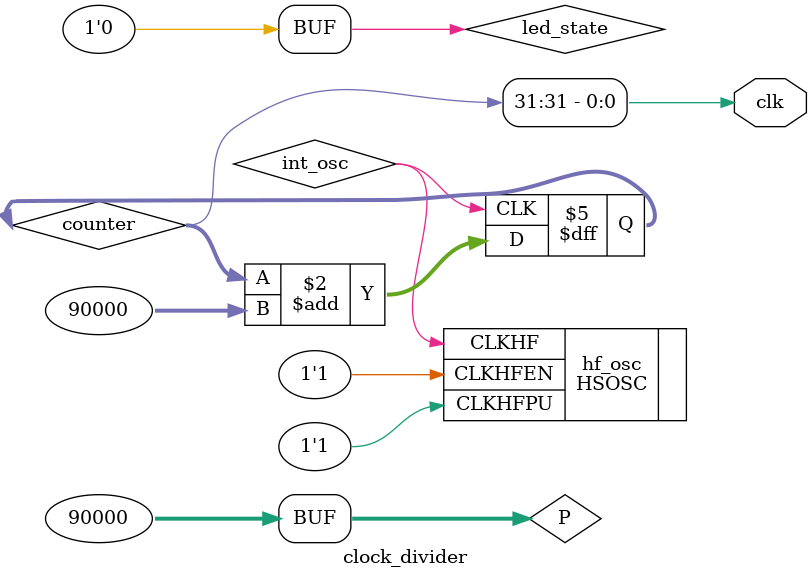
<source format=sv>
/*
Title: clock_divider
Author: Kanoa Parker
Email: kanparker@g.hmc.edu
Date: 9/9/2024
Description: Takes in the standard oscillator adn divides the clock using a counter to produce a clock at desired frequency
*/

module clock_divider(
	output clk
);
	
	logic int_osc;
	logic pulse;
	logic led_state = 0;
	logic [31:0] counter = 0;
	logic [31:0] P;
	
	assign P = 32'b00000000000000010101111110010000;
	
	// Internal high-speed oscillator
	HSOSC hf_osc (.CLKHFPU(1'b1), .CLKHFEN(1'b1), .CLKHF(int_osc));
	
	// Simple clock divider
	always_ff @(posedge int_osc)
		begin
			counter <= counter + P;
		end
	assign clk = counter[31];
		
endmodule
</source>
